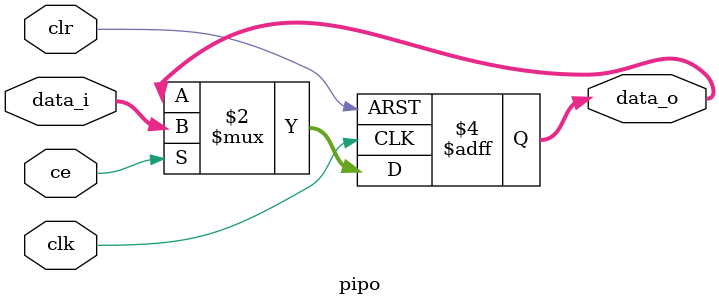
<source format=v>
module pipo#(parameter width = 4)
    (
    input clr,
    input clk,
    input ce,
    input [width - 1:0] data_i,
    output reg [width - 1:0] data_o
);

always @(posedge clk or posedge clr) 
begin
    if (clr)
        begin
            data_o <= {width{1'b0}};
        end
    else if (clk)
        begin
            if (ce)
                        begin
                        data_o <= data_i;
                        end
        end

end

endmodule
</source>
